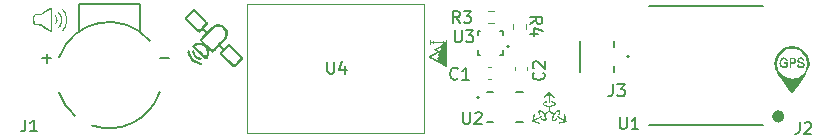
<source format=gbr>
%TF.GenerationSoftware,KiCad,Pcbnew,7.99.0-unknown-70ffd971e3~172~ubuntu22.04.1*%
%TF.CreationDate,2023-07-10T18:43:01-05:00*%
%TF.ProjectId,beepsensors,62656570-7365-46e7-936f-72732e6b6963,-*%
%TF.SameCoordinates,Original*%
%TF.FileFunction,Legend,Top*%
%TF.FilePolarity,Positive*%
%FSLAX46Y46*%
G04 Gerber Fmt 4.6, Leading zero omitted, Abs format (unit mm)*
G04 Created by KiCad (PCBNEW 7.99.0-unknown-70ffd971e3~172~ubuntu22.04.1) date 2023-07-10 18:43:01*
%MOMM*%
%LPD*%
G01*
G04 APERTURE LIST*
%ADD10C,0.150000*%
%ADD11C,0.120000*%
%ADD12C,0.000000*%
%ADD13C,0.127000*%
%ADD14C,0.200000*%
%ADD15C,0.550000*%
G04 APERTURE END LIST*
D10*
X155956095Y-104102819D02*
X155956095Y-104912342D01*
X155956095Y-104912342D02*
X156003714Y-105007580D01*
X156003714Y-105007580D02*
X156051333Y-105055200D01*
X156051333Y-105055200D02*
X156146571Y-105102819D01*
X156146571Y-105102819D02*
X156337047Y-105102819D01*
X156337047Y-105102819D02*
X156432285Y-105055200D01*
X156432285Y-105055200D02*
X156479904Y-105007580D01*
X156479904Y-105007580D02*
X156527523Y-104912342D01*
X156527523Y-104912342D02*
X156527523Y-104102819D01*
X157432285Y-104436152D02*
X157432285Y-105102819D01*
X157194190Y-104055200D02*
X156956095Y-104769485D01*
X156956095Y-104769485D02*
X157575142Y-104769485D01*
X130366666Y-109004819D02*
X130366666Y-109719104D01*
X130366666Y-109719104D02*
X130319047Y-109861961D01*
X130319047Y-109861961D02*
X130223809Y-109957200D01*
X130223809Y-109957200D02*
X130080952Y-110004819D01*
X130080952Y-110004819D02*
X129985714Y-110004819D01*
X131366666Y-110004819D02*
X130795238Y-110004819D01*
X131080952Y-110004819D02*
X131080952Y-109004819D01*
X131080952Y-109004819D02*
X130985714Y-109147676D01*
X130985714Y-109147676D02*
X130890476Y-109242914D01*
X130890476Y-109242914D02*
X130795238Y-109290533D01*
X131794750Y-103792099D02*
X132557231Y-103792099D01*
X132175990Y-104173340D02*
X132175990Y-103410859D01*
X141802331Y-103791277D02*
X142565250Y-103791277D01*
X166983333Y-105519580D02*
X166935714Y-105567200D01*
X166935714Y-105567200D02*
X166792857Y-105614819D01*
X166792857Y-105614819D02*
X166697619Y-105614819D01*
X166697619Y-105614819D02*
X166554762Y-105567200D01*
X166554762Y-105567200D02*
X166459524Y-105471961D01*
X166459524Y-105471961D02*
X166411905Y-105376723D01*
X166411905Y-105376723D02*
X166364286Y-105186247D01*
X166364286Y-105186247D02*
X166364286Y-105043390D01*
X166364286Y-105043390D02*
X166411905Y-104852914D01*
X166411905Y-104852914D02*
X166459524Y-104757676D01*
X166459524Y-104757676D02*
X166554762Y-104662438D01*
X166554762Y-104662438D02*
X166697619Y-104614819D01*
X166697619Y-104614819D02*
X166792857Y-104614819D01*
X166792857Y-104614819D02*
X166935714Y-104662438D01*
X166935714Y-104662438D02*
X166983333Y-104710057D01*
X167935714Y-105614819D02*
X167364286Y-105614819D01*
X167650000Y-105614819D02*
X167650000Y-104614819D01*
X167650000Y-104614819D02*
X167554762Y-104757676D01*
X167554762Y-104757676D02*
X167459524Y-104852914D01*
X167459524Y-104852914D02*
X167364286Y-104900533D01*
X180126666Y-106024819D02*
X180126666Y-106739104D01*
X180126666Y-106739104D02*
X180079047Y-106881961D01*
X180079047Y-106881961D02*
X179983809Y-106977200D01*
X179983809Y-106977200D02*
X179840952Y-107024819D01*
X179840952Y-107024819D02*
X179745714Y-107024819D01*
X180507619Y-106024819D02*
X181126666Y-106024819D01*
X181126666Y-106024819D02*
X180793333Y-106405771D01*
X180793333Y-106405771D02*
X180936190Y-106405771D01*
X180936190Y-106405771D02*
X181031428Y-106453390D01*
X181031428Y-106453390D02*
X181079047Y-106501009D01*
X181079047Y-106501009D02*
X181126666Y-106596247D01*
X181126666Y-106596247D02*
X181126666Y-106834342D01*
X181126666Y-106834342D02*
X181079047Y-106929580D01*
X181079047Y-106929580D02*
X181031428Y-106977200D01*
X181031428Y-106977200D02*
X180936190Y-107024819D01*
X180936190Y-107024819D02*
X180650476Y-107024819D01*
X180650476Y-107024819D02*
X180555238Y-106977200D01*
X180555238Y-106977200D02*
X180507619Y-106929580D01*
X180708095Y-108794819D02*
X180708095Y-109604342D01*
X180708095Y-109604342D02*
X180755714Y-109699580D01*
X180755714Y-109699580D02*
X180803333Y-109747200D01*
X180803333Y-109747200D02*
X180898571Y-109794819D01*
X180898571Y-109794819D02*
X181089047Y-109794819D01*
X181089047Y-109794819D02*
X181184285Y-109747200D01*
X181184285Y-109747200D02*
X181231904Y-109699580D01*
X181231904Y-109699580D02*
X181279523Y-109604342D01*
X181279523Y-109604342D02*
X181279523Y-108794819D01*
X182279523Y-109794819D02*
X181708095Y-109794819D01*
X181993809Y-109794819D02*
X181993809Y-108794819D01*
X181993809Y-108794819D02*
X181898571Y-108937676D01*
X181898571Y-108937676D02*
X181803333Y-109032914D01*
X181803333Y-109032914D02*
X181708095Y-109080533D01*
X174239580Y-105026666D02*
X174287200Y-105074285D01*
X174287200Y-105074285D02*
X174334819Y-105217142D01*
X174334819Y-105217142D02*
X174334819Y-105312380D01*
X174334819Y-105312380D02*
X174287200Y-105455237D01*
X174287200Y-105455237D02*
X174191961Y-105550475D01*
X174191961Y-105550475D02*
X174096723Y-105598094D01*
X174096723Y-105598094D02*
X173906247Y-105645713D01*
X173906247Y-105645713D02*
X173763390Y-105645713D01*
X173763390Y-105645713D02*
X173572914Y-105598094D01*
X173572914Y-105598094D02*
X173477676Y-105550475D01*
X173477676Y-105550475D02*
X173382438Y-105455237D01*
X173382438Y-105455237D02*
X173334819Y-105312380D01*
X173334819Y-105312380D02*
X173334819Y-105217142D01*
X173334819Y-105217142D02*
X173382438Y-105074285D01*
X173382438Y-105074285D02*
X173430057Y-105026666D01*
X173430057Y-104645713D02*
X173382438Y-104598094D01*
X173382438Y-104598094D02*
X173334819Y-104502856D01*
X173334819Y-104502856D02*
X173334819Y-104264761D01*
X173334819Y-104264761D02*
X173382438Y-104169523D01*
X173382438Y-104169523D02*
X173430057Y-104121904D01*
X173430057Y-104121904D02*
X173525295Y-104074285D01*
X173525295Y-104074285D02*
X173620533Y-104074285D01*
X173620533Y-104074285D02*
X173763390Y-104121904D01*
X173763390Y-104121904D02*
X174334819Y-104693332D01*
X174334819Y-104693332D02*
X174334819Y-104074285D01*
X167153333Y-100824819D02*
X166820000Y-100348628D01*
X166581905Y-100824819D02*
X166581905Y-99824819D01*
X166581905Y-99824819D02*
X166962857Y-99824819D01*
X166962857Y-99824819D02*
X167058095Y-99872438D01*
X167058095Y-99872438D02*
X167105714Y-99920057D01*
X167105714Y-99920057D02*
X167153333Y-100015295D01*
X167153333Y-100015295D02*
X167153333Y-100158152D01*
X167153333Y-100158152D02*
X167105714Y-100253390D01*
X167105714Y-100253390D02*
X167058095Y-100301009D01*
X167058095Y-100301009D02*
X166962857Y-100348628D01*
X166962857Y-100348628D02*
X166581905Y-100348628D01*
X167486667Y-99824819D02*
X168105714Y-99824819D01*
X168105714Y-99824819D02*
X167772381Y-100205771D01*
X167772381Y-100205771D02*
X167915238Y-100205771D01*
X167915238Y-100205771D02*
X168010476Y-100253390D01*
X168010476Y-100253390D02*
X168058095Y-100301009D01*
X168058095Y-100301009D02*
X168105714Y-100396247D01*
X168105714Y-100396247D02*
X168105714Y-100634342D01*
X168105714Y-100634342D02*
X168058095Y-100729580D01*
X168058095Y-100729580D02*
X168010476Y-100777200D01*
X168010476Y-100777200D02*
X167915238Y-100824819D01*
X167915238Y-100824819D02*
X167629524Y-100824819D01*
X167629524Y-100824819D02*
X167534286Y-100777200D01*
X167534286Y-100777200D02*
X167486667Y-100729580D01*
X166738095Y-101454819D02*
X166738095Y-102264342D01*
X166738095Y-102264342D02*
X166785714Y-102359580D01*
X166785714Y-102359580D02*
X166833333Y-102407200D01*
X166833333Y-102407200D02*
X166928571Y-102454819D01*
X166928571Y-102454819D02*
X167119047Y-102454819D01*
X167119047Y-102454819D02*
X167214285Y-102407200D01*
X167214285Y-102407200D02*
X167261904Y-102359580D01*
X167261904Y-102359580D02*
X167309523Y-102264342D01*
X167309523Y-102264342D02*
X167309523Y-101454819D01*
X167690476Y-101454819D02*
X168309523Y-101454819D01*
X168309523Y-101454819D02*
X167976190Y-101835771D01*
X167976190Y-101835771D02*
X168119047Y-101835771D01*
X168119047Y-101835771D02*
X168214285Y-101883390D01*
X168214285Y-101883390D02*
X168261904Y-101931009D01*
X168261904Y-101931009D02*
X168309523Y-102026247D01*
X168309523Y-102026247D02*
X168309523Y-102264342D01*
X168309523Y-102264342D02*
X168261904Y-102359580D01*
X168261904Y-102359580D02*
X168214285Y-102407200D01*
X168214285Y-102407200D02*
X168119047Y-102454819D01*
X168119047Y-102454819D02*
X167833333Y-102454819D01*
X167833333Y-102454819D02*
X167738095Y-102407200D01*
X167738095Y-102407200D02*
X167690476Y-102359580D01*
X167448095Y-108354819D02*
X167448095Y-109164342D01*
X167448095Y-109164342D02*
X167495714Y-109259580D01*
X167495714Y-109259580D02*
X167543333Y-109307200D01*
X167543333Y-109307200D02*
X167638571Y-109354819D01*
X167638571Y-109354819D02*
X167829047Y-109354819D01*
X167829047Y-109354819D02*
X167924285Y-109307200D01*
X167924285Y-109307200D02*
X167971904Y-109259580D01*
X167971904Y-109259580D02*
X168019523Y-109164342D01*
X168019523Y-109164342D02*
X168019523Y-108354819D01*
X168448095Y-108450057D02*
X168495714Y-108402438D01*
X168495714Y-108402438D02*
X168590952Y-108354819D01*
X168590952Y-108354819D02*
X168829047Y-108354819D01*
X168829047Y-108354819D02*
X168924285Y-108402438D01*
X168924285Y-108402438D02*
X168971904Y-108450057D01*
X168971904Y-108450057D02*
X169019523Y-108545295D01*
X169019523Y-108545295D02*
X169019523Y-108640533D01*
X169019523Y-108640533D02*
X168971904Y-108783390D01*
X168971904Y-108783390D02*
X168400476Y-109354819D01*
X168400476Y-109354819D02*
X169019523Y-109354819D01*
X195936666Y-109204819D02*
X195936666Y-109919104D01*
X195936666Y-109919104D02*
X195889047Y-110061961D01*
X195889047Y-110061961D02*
X195793809Y-110157200D01*
X195793809Y-110157200D02*
X195650952Y-110204819D01*
X195650952Y-110204819D02*
X195555714Y-110204819D01*
X196365238Y-109300057D02*
X196412857Y-109252438D01*
X196412857Y-109252438D02*
X196508095Y-109204819D01*
X196508095Y-109204819D02*
X196746190Y-109204819D01*
X196746190Y-109204819D02*
X196841428Y-109252438D01*
X196841428Y-109252438D02*
X196889047Y-109300057D01*
X196889047Y-109300057D02*
X196936666Y-109395295D01*
X196936666Y-109395295D02*
X196936666Y-109490533D01*
X196936666Y-109490533D02*
X196889047Y-109633390D01*
X196889047Y-109633390D02*
X196317619Y-110204819D01*
X196317619Y-110204819D02*
X196936666Y-110204819D01*
X173135180Y-100883333D02*
X173611371Y-100550000D01*
X173135180Y-100311905D02*
X174135180Y-100311905D01*
X174135180Y-100311905D02*
X174135180Y-100692857D01*
X174135180Y-100692857D02*
X174087561Y-100788095D01*
X174087561Y-100788095D02*
X174039942Y-100835714D01*
X174039942Y-100835714D02*
X173944704Y-100883333D01*
X173944704Y-100883333D02*
X173801847Y-100883333D01*
X173801847Y-100883333D02*
X173706609Y-100835714D01*
X173706609Y-100835714D02*
X173658990Y-100788095D01*
X173658990Y-100788095D02*
X173611371Y-100692857D01*
X173611371Y-100692857D02*
X173611371Y-100311905D01*
X173801847Y-101740476D02*
X173135180Y-101740476D01*
X174182800Y-101502381D02*
X173468514Y-101264286D01*
X173468514Y-101264286D02*
X173468514Y-101883333D01*
%TO.C,U4*%
D11*
X149110000Y-99194000D02*
X164110000Y-99194000D01*
X164110000Y-110146000D01*
X149110000Y-110146000D01*
X149110000Y-99194000D01*
D12*
%TO.C,G\u002A\u002A\u002A*%
G36*
X195452052Y-102786351D02*
G01*
X195661443Y-102824872D01*
X195860299Y-102891456D01*
X196046298Y-102984337D01*
X196217119Y-103101752D01*
X196370439Y-103241936D01*
X196503936Y-103403122D01*
X196615289Y-103583547D01*
X196677906Y-103718112D01*
X196728362Y-103865773D01*
X196763781Y-104021034D01*
X196782935Y-104175254D01*
X196784599Y-104319796D01*
X196775567Y-104405396D01*
X196740092Y-104558531D01*
X196681061Y-104729653D01*
X196599169Y-104917538D01*
X196495109Y-105120963D01*
X196369577Y-105338705D01*
X196223266Y-105569538D01*
X196056871Y-105812239D01*
X195871087Y-106065585D01*
X195729368Y-106249248D01*
X195645785Y-106354501D01*
X195565723Y-106453511D01*
X195491494Y-106543560D01*
X195425412Y-106621933D01*
X195369787Y-106685911D01*
X195326933Y-106732779D01*
X195299163Y-106759818D01*
X195290000Y-106765493D01*
X195275553Y-106754398D01*
X195245562Y-106724161D01*
X195204358Y-106679349D01*
X195156268Y-106624532D01*
X195154442Y-106622405D01*
X194951929Y-106379298D01*
X194758441Y-106133069D01*
X194576497Y-105887355D01*
X194408617Y-105645793D01*
X194257318Y-105412017D01*
X194125121Y-105189665D01*
X194014544Y-104982371D01*
X194005141Y-104963362D01*
X193939552Y-104825572D01*
X193888853Y-104708142D01*
X193851359Y-104605306D01*
X193825388Y-104511297D01*
X193809257Y-104420351D01*
X193801282Y-104326702D01*
X193799663Y-104259525D01*
X193802796Y-104212394D01*
X194033849Y-104212394D01*
X194035230Y-104350288D01*
X194048004Y-104481739D01*
X194066995Y-104576638D01*
X194131587Y-104763831D01*
X194221647Y-104935894D01*
X194334960Y-105090627D01*
X194469312Y-105225831D01*
X194622487Y-105339304D01*
X194792270Y-105428847D01*
X194976446Y-105492259D01*
X194993110Y-105496477D01*
X195119268Y-105518142D01*
X195260782Y-105526958D01*
X195404857Y-105522905D01*
X195538699Y-105505968D01*
X195579669Y-105497255D01*
X195766669Y-105437044D01*
X195938981Y-105350634D01*
X196094522Y-105240079D01*
X196231210Y-105107432D01*
X196346963Y-104954748D01*
X196439699Y-104784080D01*
X196507335Y-104597482D01*
X196513004Y-104576638D01*
X196535112Y-104459248D01*
X196545853Y-104325785D01*
X196545195Y-104187974D01*
X196533108Y-104057538D01*
X196514611Y-103964170D01*
X196452538Y-103780260D01*
X196367168Y-103614202D01*
X196256008Y-103461828D01*
X196143686Y-103344000D01*
X196010066Y-103233501D01*
X195864928Y-103145084D01*
X195700284Y-103073990D01*
X195676723Y-103065666D01*
X195619020Y-103046235D01*
X195571895Y-103032524D01*
X195527767Y-103023537D01*
X195479056Y-103018279D01*
X195418182Y-103015757D01*
X195337563Y-103014976D01*
X195290000Y-103014927D01*
X195197306Y-103015229D01*
X195127968Y-103016797D01*
X195074407Y-103020627D01*
X195029040Y-103027713D01*
X194984289Y-103039049D01*
X194932572Y-103055630D01*
X194903276Y-103065666D01*
X194716574Y-103145704D01*
X194548450Y-103249717D01*
X194400482Y-103376011D01*
X194274247Y-103522896D01*
X194171324Y-103688679D01*
X194093291Y-103871668D01*
X194065389Y-103964170D01*
X194043892Y-104079780D01*
X194033849Y-104212394D01*
X193802796Y-104212394D01*
X193813384Y-104053090D01*
X193855142Y-103855451D01*
X193922821Y-103668498D01*
X194014300Y-103494119D01*
X194127461Y-103334202D01*
X194260185Y-103190638D01*
X194410354Y-103065315D01*
X194575849Y-102960121D01*
X194754551Y-102876947D01*
X194944341Y-102817680D01*
X195143101Y-102784209D01*
X195348711Y-102778425D01*
X195452052Y-102786351D01*
G37*
G36*
X194725349Y-103745647D02*
G01*
X194810977Y-103782190D01*
X194879906Y-103844405D01*
X194924670Y-103914573D01*
X194944605Y-103959980D01*
X194946359Y-103987333D01*
X194929164Y-104004147D01*
X194914878Y-104010339D01*
X194862373Y-104029054D01*
X194830888Y-104035523D01*
X194812668Y-104028861D01*
X194799956Y-104008180D01*
X194795027Y-103996634D01*
X194754312Y-103933306D01*
X194697836Y-103892021D01*
X194631830Y-103873065D01*
X194562525Y-103876720D01*
X194496154Y-103903272D01*
X194438948Y-103953005D01*
X194419978Y-103979531D01*
X194399026Y-104026464D01*
X194386016Y-104090095D01*
X194380372Y-104153816D01*
X194381834Y-104261744D01*
X194401163Y-104348454D01*
X194439891Y-104419007D01*
X194471436Y-104454123D01*
X194500458Y-104478822D01*
X194529300Y-104492440D01*
X194568675Y-104498189D01*
X194621984Y-104499293D01*
X194703063Y-104494716D01*
X194758347Y-104478963D01*
X194791885Y-104449005D01*
X194807729Y-104401811D01*
X194810463Y-104358294D01*
X194810463Y-104274994D01*
X194693556Y-104274994D01*
X194576650Y-104274994D01*
X194581406Y-104209251D01*
X194586163Y-104143508D01*
X194767923Y-104139150D01*
X194949683Y-104134791D01*
X194949683Y-104319535D01*
X194949683Y-104504278D01*
X194899409Y-104546669D01*
X194853552Y-104579975D01*
X194805851Y-104607012D01*
X194798766Y-104610167D01*
X194726471Y-104630082D01*
X194639732Y-104638896D01*
X194553263Y-104635855D01*
X194498308Y-104625586D01*
X194406761Y-104586905D01*
X194334989Y-104527143D01*
X194281606Y-104444540D01*
X194245226Y-104337337D01*
X194236066Y-104292619D01*
X194227245Y-104206318D01*
X194233508Y-104118871D01*
X194237342Y-104095003D01*
X194269962Y-103973576D01*
X194321099Y-103876624D01*
X194390444Y-103804436D01*
X194477692Y-103757301D01*
X194582534Y-103735505D01*
X194621584Y-103733921D01*
X194725349Y-103745647D01*
G37*
G36*
X196133101Y-103743277D02*
G01*
X196216509Y-103774206D01*
X196281338Y-103829134D01*
X196306828Y-103866227D01*
X196335149Y-103926513D01*
X196340152Y-103968258D01*
X196321730Y-103993376D01*
X196299348Y-104001270D01*
X196258072Y-104011248D01*
X196231646Y-104019596D01*
X196209399Y-104017733D01*
X196197155Y-103992164D01*
X196168288Y-103935362D01*
X196118899Y-103893374D01*
X196058287Y-103873487D01*
X196044851Y-103872801D01*
X195970629Y-103881983D01*
X195921237Y-103909570D01*
X195896592Y-103955623D01*
X195893525Y-103984594D01*
X195900660Y-104018332D01*
X195925263Y-104045657D01*
X195971497Y-104069341D01*
X196043523Y-104092155D01*
X196062519Y-104097147D01*
X196181116Y-104136638D01*
X196270940Y-104187109D01*
X196332255Y-104248854D01*
X196365322Y-104322166D01*
X196370403Y-104407341D01*
X196366050Y-104437748D01*
X196342687Y-104497049D01*
X196300165Y-104553695D01*
X196247696Y-104597108D01*
X196213496Y-104612957D01*
X196167653Y-104623851D01*
X196112664Y-104632866D01*
X196059801Y-104638614D01*
X196020338Y-104639704D01*
X196009305Y-104638117D01*
X195984798Y-104632561D01*
X195944399Y-104625074D01*
X195936283Y-104623696D01*
X195866512Y-104597412D01*
X195803285Y-104546096D01*
X195753843Y-104475646D01*
X195753390Y-104474760D01*
X195728953Y-104418679D01*
X195725056Y-104381129D01*
X195742930Y-104356469D01*
X195782933Y-104339318D01*
X195828732Y-104326283D01*
X195852344Y-104323183D01*
X195861104Y-104330696D01*
X195862351Y-104346645D01*
X195874156Y-104388592D01*
X195903826Y-104435019D01*
X195942737Y-104474417D01*
X195971026Y-104491722D01*
X196020186Y-104502748D01*
X196080544Y-104503721D01*
X196090163Y-104502809D01*
X196157023Y-104484688D01*
X196199288Y-104447933D01*
X196217354Y-104392148D01*
X196218136Y-104374705D01*
X196210911Y-104333809D01*
X196186280Y-104301980D01*
X196139810Y-104275651D01*
X196067069Y-104251257D01*
X196063447Y-104250243D01*
X195943615Y-104210934D01*
X195853081Y-104167297D01*
X195790348Y-104117964D01*
X195753918Y-104061570D01*
X195742295Y-103996749D01*
X195745417Y-103960129D01*
X195771045Y-103875000D01*
X195817991Y-103810873D01*
X195887356Y-103766892D01*
X195980242Y-103742200D01*
X196032509Y-103737005D01*
X196133101Y-103743277D01*
G37*
G36*
X195286132Y-103751292D02*
G01*
X195387197Y-103756832D01*
X195463070Y-103767872D01*
X195519315Y-103786531D01*
X195561492Y-103814929D01*
X195595163Y-103855184D01*
X195606487Y-103873349D01*
X195630397Y-103938429D01*
X195638802Y-104016903D01*
X195631677Y-104095673D01*
X195608999Y-104161644D01*
X195607034Y-104165094D01*
X195567926Y-104220060D01*
X195522733Y-104256151D01*
X195463864Y-104277251D01*
X195383724Y-104287241D01*
X195366300Y-104288166D01*
X195243593Y-104293739D01*
X195243593Y-104462259D01*
X195243593Y-104630779D01*
X195173983Y-104630779D01*
X195104372Y-104630779D01*
X195104372Y-104188285D01*
X195104372Y-103888270D01*
X195243593Y-103888270D01*
X195243593Y-104019756D01*
X195243593Y-104151242D01*
X195336407Y-104151242D01*
X195395841Y-104148493D01*
X195434229Y-104138656D01*
X195460158Y-104120304D01*
X195483560Y-104080979D01*
X195491090Y-104021986D01*
X195491096Y-104019756D01*
X195484142Y-103958343D01*
X195460632Y-103918227D01*
X195416591Y-103896030D01*
X195348043Y-103888374D01*
X195336407Y-103888270D01*
X195243593Y-103888270D01*
X195104372Y-103888270D01*
X195104372Y-103745791D01*
X195286132Y-103751292D01*
G37*
G36*
X173442870Y-108530677D02*
G01*
X173470880Y-108538286D01*
X173501508Y-108549672D01*
X173524076Y-108561029D01*
X173529370Y-108566732D01*
X173526028Y-108582961D01*
X173516774Y-108620420D01*
X173502767Y-108674611D01*
X173485163Y-108741036D01*
X173470320Y-108796096D01*
X173451058Y-108867962D01*
X173434841Y-108930228D01*
X173422743Y-108978620D01*
X173415841Y-109008861D01*
X173414742Y-109017088D01*
X173426717Y-109011587D01*
X173458878Y-108994338D01*
X173508323Y-108966964D01*
X173572151Y-108931088D01*
X173647459Y-108888334D01*
X173731346Y-108840326D01*
X173754781Y-108826852D01*
X173840902Y-108777782D01*
X173919737Y-108733814D01*
X173988293Y-108696541D01*
X174043576Y-108667558D01*
X174082590Y-108648458D01*
X174102342Y-108640838D01*
X174103941Y-108640926D01*
X174118530Y-108657455D01*
X174135979Y-108686311D01*
X174136047Y-108686441D01*
X174155559Y-108724174D01*
X173939182Y-108847410D01*
X173814256Y-108918758D01*
X173711354Y-108977980D01*
X173629156Y-109025870D01*
X173566340Y-109063218D01*
X173521586Y-109090818D01*
X173493572Y-109109460D01*
X173480978Y-109119937D01*
X173480203Y-109122570D01*
X173494463Y-109127866D01*
X173530139Y-109138725D01*
X173582855Y-109153880D01*
X173648233Y-109172068D01*
X173702243Y-109186749D01*
X173774268Y-109206429D01*
X173836951Y-109224103D01*
X173885890Y-109238485D01*
X173916682Y-109248290D01*
X173925193Y-109251839D01*
X173927476Y-109268715D01*
X173923249Y-109298203D01*
X173915163Y-109327853D01*
X173905868Y-109345218D01*
X173905208Y-109345672D01*
X173890351Y-109343807D01*
X173853406Y-109335760D01*
X173798011Y-109322423D01*
X173727803Y-109304689D01*
X173646422Y-109283452D01*
X173585146Y-109267085D01*
X173498144Y-109243419D01*
X173419910Y-109221724D01*
X173354070Y-109203041D01*
X173304253Y-109188409D01*
X173274085Y-109178867D01*
X173266617Y-109175791D01*
X173268354Y-109162131D01*
X173275789Y-109126936D01*
X173287851Y-109074480D01*
X173303471Y-109009036D01*
X173321578Y-108934877D01*
X173341102Y-108856278D01*
X173360974Y-108777511D01*
X173380123Y-108702849D01*
X173397479Y-108636567D01*
X173411973Y-108582937D01*
X173422533Y-108546233D01*
X173428091Y-108530729D01*
X173428156Y-108530651D01*
X173442870Y-108530677D01*
G37*
G36*
X176129642Y-108850310D02*
G01*
X176152397Y-108938570D01*
X176171894Y-109018296D01*
X176187338Y-109085877D01*
X176197931Y-109137708D01*
X176202877Y-109170180D01*
X176202349Y-109179711D01*
X176187653Y-109185155D01*
X176151512Y-109196230D01*
X176098274Y-109211741D01*
X176032287Y-109230492D01*
X175957900Y-109251290D01*
X175879461Y-109272939D01*
X175801317Y-109294245D01*
X175727817Y-109314013D01*
X175663309Y-109331049D01*
X175612141Y-109344158D01*
X175578661Y-109352144D01*
X175567809Y-109354055D01*
X175560587Y-109342407D01*
X175552585Y-109313632D01*
X175551055Y-109306000D01*
X175546192Y-109273616D01*
X175545701Y-109255052D01*
X175546236Y-109253867D01*
X175559874Y-109249174D01*
X175594860Y-109238835D01*
X175646770Y-109224111D01*
X175711179Y-109206264D01*
X175757206Y-109193708D01*
X175828668Y-109174032D01*
X175891754Y-109156109D01*
X175941637Y-109141353D01*
X175973493Y-109131178D01*
X175981998Y-109127832D01*
X175985497Y-109117084D01*
X175966186Y-109099555D01*
X175941977Y-109084525D01*
X175914061Y-109068431D01*
X175867052Y-109041357D01*
X175804984Y-109005627D01*
X175731893Y-108963562D01*
X175651813Y-108917486D01*
X175600005Y-108887681D01*
X175316070Y-108724350D01*
X175343140Y-108682348D01*
X175364453Y-108656068D01*
X175382854Y-108644307D01*
X175385776Y-108644403D01*
X175401067Y-108651940D01*
X175436223Y-108671116D01*
X175488059Y-108700133D01*
X175553389Y-108737195D01*
X175629026Y-108780506D01*
X175709944Y-108827202D01*
X175810198Y-108885193D01*
X175889707Y-108930911D01*
X175950766Y-108965530D01*
X175995674Y-108990227D01*
X176026726Y-109006176D01*
X176046219Y-109014553D01*
X176056451Y-109016533D01*
X176059719Y-109013292D01*
X176058319Y-109006005D01*
X176058100Y-109005356D01*
X176050937Y-108981561D01*
X176039142Y-108939240D01*
X176024110Y-108883725D01*
X176007242Y-108820351D01*
X175989934Y-108754453D01*
X175973587Y-108691364D01*
X175959596Y-108636419D01*
X175949361Y-108594952D01*
X175944281Y-108572296D01*
X175943971Y-108569960D01*
X175955577Y-108558709D01*
X175984457Y-108546872D01*
X175994662Y-108544013D01*
X176045354Y-108531146D01*
X176129642Y-108850310D01*
G37*
G36*
X175008058Y-107441022D02*
G01*
X175094731Y-107466393D01*
X175169742Y-107502795D01*
X175229558Y-107547444D01*
X175270647Y-107597555D01*
X175289478Y-107650342D01*
X175290294Y-107663565D01*
X175277412Y-107719072D01*
X175240261Y-107770368D01*
X175181089Y-107816218D01*
X175102141Y-107855390D01*
X175005664Y-107886650D01*
X174893903Y-107908765D01*
X174830053Y-107916282D01*
X174790032Y-107919969D01*
X174790032Y-108106521D01*
X174790032Y-108293074D01*
X174948820Y-108386132D01*
X175107607Y-108479190D01*
X175141386Y-108433035D01*
X175165740Y-108403418D01*
X175203181Y-108362080D01*
X175247517Y-108315748D01*
X175272122Y-108291043D01*
X175325209Y-108241049D01*
X175368176Y-108207263D01*
X175407582Y-108185067D01*
X175440000Y-108172849D01*
X175483137Y-108160531D01*
X175512675Y-108157372D01*
X175540029Y-108163249D01*
X175561243Y-108171519D01*
X175610300Y-108205828D01*
X175643418Y-108259547D01*
X175659393Y-108329844D01*
X175658584Y-108400617D01*
X175651776Y-108446323D01*
X175640834Y-108498962D01*
X175627837Y-108550372D01*
X175614861Y-108592396D01*
X175603983Y-108616872D01*
X175603302Y-108617783D01*
X175590237Y-108615764D01*
X175561610Y-108605716D01*
X175550418Y-108601180D01*
X175518572Y-108584857D01*
X175508139Y-108569317D01*
X175510730Y-108557042D01*
X175528633Y-108504204D01*
X175542847Y-108442985D01*
X175551634Y-108383316D01*
X175553253Y-108335125D01*
X175551782Y-108322690D01*
X175542809Y-108289823D01*
X175528025Y-108275984D01*
X175506103Y-108273488D01*
X175456862Y-108285599D01*
X175402115Y-108319462D01*
X175344343Y-108371370D01*
X175286026Y-108437619D01*
X175229645Y-108514501D01*
X175177679Y-108598311D01*
X175132609Y-108685343D01*
X175096915Y-108771891D01*
X175073078Y-108854249D01*
X175063576Y-108928710D01*
X175063509Y-108934832D01*
X175065634Y-108991414D01*
X175073206Y-109026026D01*
X175088014Y-109043125D01*
X175108659Y-109047227D01*
X175137913Y-109041592D01*
X175172485Y-109022960D01*
X175216217Y-108988746D01*
X175272183Y-108937103D01*
X175340783Y-108870880D01*
X175381665Y-108901106D01*
X175422547Y-108931331D01*
X175394869Y-108970201D01*
X175361575Y-109007675D01*
X175313743Y-109050621D01*
X175260341Y-109091882D01*
X175210332Y-109124303D01*
X175187335Y-109135852D01*
X175117923Y-109154103D01*
X175057377Y-109148573D01*
X175007886Y-109121312D01*
X174971636Y-109074368D01*
X174950814Y-109009791D01*
X174947607Y-108929631D01*
X174949185Y-108912674D01*
X174958612Y-108859808D01*
X174975037Y-108795081D01*
X174995164Y-108731246D01*
X174998351Y-108722394D01*
X175017235Y-108670604D01*
X175032889Y-108626973D01*
X175042751Y-108598663D01*
X175044375Y-108593656D01*
X175038477Y-108579937D01*
X175013425Y-108558649D01*
X174967590Y-108528630D01*
X174899346Y-108488720D01*
X174890015Y-108483459D01*
X174729571Y-108393272D01*
X174573037Y-108482387D01*
X174515542Y-108515116D01*
X174467152Y-108542658D01*
X174432182Y-108562556D01*
X174414952Y-108572353D01*
X174413909Y-108572943D01*
X174417182Y-108585164D01*
X174428081Y-108616959D01*
X174444725Y-108662972D01*
X174458189Y-108699176D01*
X174493317Y-108809539D01*
X174511784Y-108907520D01*
X174513928Y-108991470D01*
X174500088Y-109059737D01*
X174470605Y-109110670D01*
X174425817Y-109142620D01*
X174366065Y-109153935D01*
X174364677Y-109153939D01*
X174317524Y-109147624D01*
X174266586Y-109131865D01*
X174252436Y-109125544D01*
X174215032Y-109102065D01*
X174168732Y-109066026D01*
X174122618Y-109024585D01*
X174115810Y-109017877D01*
X174036526Y-108938594D01*
X174075026Y-108906198D01*
X174101248Y-108885247D01*
X174117559Y-108874275D01*
X174119061Y-108873803D01*
X174130719Y-108882325D01*
X174156054Y-108904702D01*
X174189657Y-108936148D01*
X174190724Y-108937169D01*
X174252744Y-108991089D01*
X174306607Y-109026830D01*
X174349961Y-109043127D01*
X174380016Y-109038996D01*
X174399483Y-109011806D01*
X174407376Y-108964569D01*
X174403732Y-108901261D01*
X174388588Y-108825857D01*
X174377718Y-108788040D01*
X174326262Y-108659532D01*
X174255351Y-108534341D01*
X174170623Y-108421806D01*
X174130872Y-108379159D01*
X174064847Y-108318946D01*
X174010739Y-108281864D01*
X173968825Y-108267903D01*
X173939380Y-108277054D01*
X173922681Y-108309308D01*
X173919004Y-108364656D01*
X173920522Y-108386181D01*
X173928456Y-108442033D01*
X173940466Y-108497330D01*
X173948579Y-108524428D01*
X173968988Y-108581933D01*
X173920666Y-108602123D01*
X173892662Y-108612387D01*
X173873304Y-108612723D01*
X173859300Y-108599343D01*
X173847362Y-108568460D01*
X173834200Y-108516285D01*
X173829914Y-108497640D01*
X173813555Y-108394816D01*
X173814991Y-108309101D01*
X173833915Y-108241386D01*
X173870018Y-108192561D01*
X173922994Y-108163517D01*
X173947401Y-108157866D01*
X174003312Y-108161369D01*
X174067945Y-108187006D01*
X174138564Y-108232817D01*
X174212431Y-108296841D01*
X174286807Y-108377119D01*
X174330442Y-108432141D01*
X174364354Y-108477402D01*
X174520457Y-108385450D01*
X174676560Y-108293498D01*
X174676600Y-108103398D01*
X174676639Y-107913298D01*
X174633283Y-107913067D01*
X174560057Y-107906748D01*
X174480791Y-107890055D01*
X174401425Y-107865291D01*
X174327898Y-107834756D01*
X174266151Y-107800754D01*
X174222124Y-107765587D01*
X174208771Y-107748548D01*
X174185189Y-107687611D01*
X174187441Y-107627290D01*
X174215249Y-107571290D01*
X174222708Y-107562227D01*
X174268807Y-107523196D01*
X174333292Y-107486548D01*
X174407913Y-107456245D01*
X174484422Y-107436247D01*
X174485434Y-107436065D01*
X174554365Y-107423750D01*
X174562788Y-107468646D01*
X174567081Y-107507089D01*
X174557951Y-107528505D01*
X174530141Y-107539974D01*
X174506575Y-107544355D01*
X174462347Y-107556163D01*
X174411348Y-107576674D01*
X174361573Y-107601829D01*
X174321017Y-107627570D01*
X174297676Y-107649838D01*
X174297193Y-107650635D01*
X174291545Y-107670918D01*
X174303646Y-107691528D01*
X174319129Y-107706128D01*
X174381766Y-107745799D01*
X174464010Y-107775978D01*
X174560520Y-107796629D01*
X174665954Y-107807718D01*
X174774972Y-107809207D01*
X174882231Y-107801062D01*
X174982391Y-107783246D01*
X175070109Y-107755724D01*
X175140045Y-107718460D01*
X175149114Y-107711681D01*
X175173008Y-107687723D01*
X175183546Y-107666938D01*
X175183572Y-107666213D01*
X175171767Y-107643397D01*
X175140587Y-107616847D01*
X175096386Y-107589896D01*
X175045516Y-107565875D01*
X174994331Y-107548120D01*
X174949184Y-107539962D01*
X174942561Y-107539769D01*
X174915671Y-107529406D01*
X174905410Y-107500568D01*
X174911715Y-107460867D01*
X174923435Y-107423485D01*
X175008058Y-107441022D01*
G37*
G36*
X174972918Y-106856075D02*
G01*
X175208892Y-107092868D01*
X175175111Y-107131588D01*
X175141330Y-107170309D01*
X174969016Y-106998378D01*
X174796702Y-106826446D01*
X174796702Y-107223129D01*
X174796702Y-107619811D01*
X174743340Y-107619811D01*
X174689979Y-107619811D01*
X174689979Y-107223164D01*
X174689979Y-106826516D01*
X174546571Y-106966784D01*
X174493259Y-107018673D01*
X174444025Y-107066129D01*
X174403273Y-107104939D01*
X174375406Y-107130892D01*
X174368962Y-107136636D01*
X174334762Y-107166219D01*
X174299215Y-107129116D01*
X174263667Y-107092012D01*
X174500306Y-106855647D01*
X174736945Y-106619282D01*
X174972918Y-106856075D01*
G37*
G36*
X166011012Y-102246561D02*
G01*
X166054368Y-102250741D01*
X166054665Y-102450846D01*
X166054616Y-102498122D01*
X166054376Y-102569335D01*
X166053962Y-102661745D01*
X166053390Y-102772608D01*
X166052675Y-102899182D01*
X166051833Y-103038727D01*
X166050879Y-103188499D01*
X166049831Y-103345757D01*
X166048703Y-103507759D01*
X166047995Y-103606118D01*
X166041027Y-104561284D01*
X165799221Y-104424970D01*
X165611458Y-104319122D01*
X165402156Y-104201132D01*
X165257741Y-104119721D01*
X165101274Y-104031412D01*
X164966652Y-103955174D01*
X164852397Y-103890119D01*
X164757032Y-103835360D01*
X164679079Y-103790007D01*
X164617061Y-103753174D01*
X164569500Y-103723972D01*
X164534919Y-103701514D01*
X164511840Y-103684911D01*
X164499225Y-103673667D01*
X164739055Y-103673667D01*
X165067216Y-103859342D01*
X165152177Y-103907283D01*
X165229442Y-103950632D01*
X165296011Y-103987724D01*
X165348882Y-104016898D01*
X165385057Y-104036489D01*
X165401536Y-104044836D01*
X165402156Y-104045017D01*
X165404958Y-104043179D01*
X165402344Y-104035242D01*
X165392142Y-104017571D01*
X165372180Y-103986529D01*
X165340287Y-103938481D01*
X165323806Y-103913841D01*
X165258310Y-103816015D01*
X165312825Y-103751363D01*
X165341220Y-103715798D01*
X165360939Y-103687487D01*
X165367340Y-103673882D01*
X165359405Y-103657531D01*
X165338770Y-103627911D01*
X165314621Y-103597255D01*
X165288316Y-103561743D01*
X165272552Y-103533090D01*
X165270470Y-103519095D01*
X165281389Y-103501462D01*
X165302401Y-103468006D01*
X165329298Y-103425426D01*
X165333990Y-103418021D01*
X165368598Y-103363445D01*
X165390577Y-103328112D01*
X165401380Y-103308598D01*
X165402456Y-103301483D01*
X165395257Y-103303345D01*
X165381233Y-103310761D01*
X165378956Y-103311970D01*
X165359061Y-103322913D01*
X165319436Y-103345082D01*
X165263547Y-103376524D01*
X165194863Y-103415286D01*
X165116851Y-103459412D01*
X165043193Y-103501155D01*
X164739055Y-103673667D01*
X164499225Y-103673667D01*
X164498785Y-103673275D01*
X164494277Y-103665720D01*
X164495949Y-103661926D01*
X164512610Y-103651514D01*
X164549510Y-103629792D01*
X164603617Y-103598501D01*
X164671898Y-103559383D01*
X164751322Y-103514178D01*
X164838857Y-103464628D01*
X164876570Y-103443357D01*
X164991741Y-103377835D01*
X165083402Y-103324283D01*
X165151803Y-103282545D01*
X165197199Y-103252461D01*
X165219843Y-103233875D01*
X165222202Y-103227525D01*
X165205478Y-103215702D01*
X165170896Y-103194364D01*
X165123982Y-103166846D01*
X165084584Y-103144469D01*
X165033818Y-103115149D01*
X164993089Y-103089970D01*
X164967219Y-103072019D01*
X164960460Y-103065021D01*
X164961077Y-103064544D01*
X165220597Y-103064544D01*
X165231499Y-103072155D01*
X165261165Y-103090034D01*
X165305036Y-103115493D01*
X165357335Y-103145159D01*
X165418303Y-103179473D01*
X165477046Y-103212657D01*
X165526013Y-103240439D01*
X165552766Y-103255727D01*
X165611458Y-103289492D01*
X165563425Y-103218167D01*
X165515392Y-103146842D01*
X165548510Y-103107483D01*
X165581628Y-103068124D01*
X165548797Y-103025081D01*
X165515966Y-102982038D01*
X165554520Y-102923802D01*
X165575340Y-102890372D01*
X165587303Y-102867214D01*
X165588511Y-102861005D01*
X165576314Y-102865765D01*
X165545801Y-102881118D01*
X165501803Y-102904392D01*
X165449152Y-102932912D01*
X165392681Y-102964005D01*
X165337220Y-102995000D01*
X165287603Y-103023221D01*
X165248661Y-103045997D01*
X165225226Y-103060653D01*
X165220597Y-103064544D01*
X164961077Y-103064544D01*
X164971654Y-103056370D01*
X165003472Y-103036229D01*
X165053270Y-103006160D01*
X165118403Y-102967727D01*
X165196226Y-102922491D01*
X165284093Y-102872016D01*
X165364005Y-102826556D01*
X165767551Y-102597979D01*
X165767551Y-102547758D01*
X165767551Y-102537559D01*
X165794231Y-102537559D01*
X165795680Y-102565684D01*
X165799169Y-102577577D01*
X165799221Y-102577580D01*
X165813854Y-102571545D01*
X165841937Y-102556616D01*
X165875260Y-102537556D01*
X165905617Y-102519127D01*
X165924799Y-102506092D01*
X165927635Y-102503067D01*
X165915627Y-102499912D01*
X165884929Y-102497910D01*
X165860933Y-102497538D01*
X165821447Y-102498412D01*
X165801757Y-102503788D01*
X165794980Y-102517795D01*
X165794231Y-102537559D01*
X165767551Y-102537559D01*
X165767551Y-102497538D01*
X165640817Y-102497538D01*
X165514084Y-102497538D01*
X165514084Y-102550899D01*
X165511125Y-102584314D01*
X165503734Y-102602900D01*
X165500744Y-102604260D01*
X165492390Y-102592425D01*
X165487744Y-102562860D01*
X165487404Y-102550899D01*
X165487404Y-102497538D01*
X165360670Y-102497538D01*
X165233937Y-102497538D01*
X165233937Y-102550899D01*
X165230978Y-102584314D01*
X165223587Y-102602900D01*
X165220597Y-102604260D01*
X165212243Y-102592425D01*
X165207597Y-102562860D01*
X165207256Y-102550899D01*
X165207256Y-102497538D01*
X165080523Y-102497538D01*
X164953790Y-102497538D01*
X164953790Y-102543442D01*
X164950255Y-102576670D01*
X164941627Y-102596684D01*
X164940450Y-102597590D01*
X164931720Y-102591553D01*
X164927375Y-102563285D01*
X164927109Y-102551050D01*
X164927109Y-102496265D01*
X164843732Y-102500236D01*
X164760355Y-102504208D01*
X164756354Y-102580915D01*
X164752354Y-102657622D01*
X164705981Y-102657622D01*
X164659608Y-102657622D01*
X164663290Y-102454182D01*
X164666973Y-102250741D01*
X164710329Y-102246561D01*
X164753685Y-102242381D01*
X164753685Y-102323268D01*
X164753685Y-102404155D01*
X164840397Y-102404155D01*
X164927109Y-102404155D01*
X164927109Y-102357464D01*
X164930460Y-102326603D01*
X164938699Y-102311176D01*
X164940450Y-102310773D01*
X164949267Y-102322500D01*
X164953675Y-102351337D01*
X164953790Y-102357464D01*
X164953790Y-102404155D01*
X165080523Y-102404155D01*
X165207256Y-102404155D01*
X165207256Y-102357464D01*
X165210607Y-102326603D01*
X165218846Y-102311176D01*
X165220597Y-102310773D01*
X165229414Y-102322500D01*
X165233822Y-102351337D01*
X165233937Y-102357464D01*
X165233937Y-102404155D01*
X165360670Y-102404155D01*
X165487404Y-102404155D01*
X165487404Y-102357464D01*
X165490754Y-102326603D01*
X165498993Y-102311176D01*
X165500744Y-102310773D01*
X165509561Y-102322500D01*
X165513969Y-102351337D01*
X165514084Y-102357464D01*
X165514084Y-102404155D01*
X165640817Y-102404155D01*
X165767551Y-102404155D01*
X165767551Y-102357464D01*
X165770901Y-102326603D01*
X165779140Y-102311176D01*
X165780891Y-102310773D01*
X165789708Y-102322500D01*
X165794116Y-102351337D01*
X165794231Y-102357464D01*
X165794231Y-102404155D01*
X165880943Y-102404155D01*
X165967656Y-102404155D01*
X165967656Y-102323268D01*
X165967656Y-102242381D01*
X166011012Y-102246561D01*
G37*
G36*
X144675360Y-99604144D02*
G01*
X144704103Y-99622948D01*
X144758726Y-99669216D01*
X144834985Y-99738686D01*
X144928633Y-99827094D01*
X145035428Y-99930179D01*
X145151124Y-100043676D01*
X145271475Y-100163323D01*
X145392239Y-100284858D01*
X145509170Y-100404017D01*
X145618023Y-100516537D01*
X145714553Y-100618155D01*
X145794517Y-100704610D01*
X145853668Y-100771637D01*
X145887764Y-100814974D01*
X145894479Y-100828491D01*
X145879591Y-100859557D01*
X145839060Y-100913953D01*
X145779083Y-100984003D01*
X145706195Y-101061687D01*
X145517912Y-101254097D01*
X145655184Y-101391370D01*
X145792457Y-101528643D01*
X146049024Y-101277527D01*
X146152934Y-101177387D01*
X146233759Y-101103978D01*
X146298839Y-101051631D01*
X146355512Y-101014678D01*
X146411119Y-100987452D01*
X146438923Y-100976423D01*
X146593084Y-100938729D01*
X146762442Y-100930936D01*
X146930257Y-100952412D01*
X147075545Y-101000523D01*
X147227919Y-101094551D01*
X147350798Y-101217411D01*
X147442139Y-101362982D01*
X147499896Y-101525142D01*
X147522025Y-101697767D01*
X147506481Y-101874735D01*
X147451219Y-102049925D01*
X147436571Y-102081462D01*
X147382988Y-102167582D01*
X147296206Y-102276284D01*
X147179038Y-102404106D01*
X147151486Y-102432392D01*
X146925777Y-102661962D01*
X147059301Y-102795486D01*
X147192824Y-102929009D01*
X147385234Y-102740726D01*
X147463243Y-102667546D01*
X147533242Y-102607640D01*
X147587554Y-102567206D01*
X147618430Y-102552442D01*
X147643884Y-102567778D01*
X147695829Y-102610955D01*
X147770002Y-102677728D01*
X147862140Y-102763854D01*
X147967979Y-102865088D01*
X148083257Y-102977186D01*
X148203711Y-103095902D01*
X148325077Y-103216992D01*
X148443093Y-103336212D01*
X148553496Y-103449318D01*
X148652021Y-103552064D01*
X148734408Y-103640206D01*
X148796391Y-103709500D01*
X148833709Y-103755702D01*
X148842745Y-103771436D01*
X148843234Y-103791704D01*
X148832985Y-103817930D01*
X148808602Y-103854114D01*
X148766685Y-103904256D01*
X148703837Y-103972356D01*
X148616659Y-104062415D01*
X148501755Y-104178432D01*
X148469932Y-104210325D01*
X148338896Y-104339691D01*
X148228305Y-104445083D01*
X148140490Y-104524409D01*
X148077781Y-104575574D01*
X148042507Y-104596487D01*
X148039620Y-104596887D01*
X148011181Y-104580919D01*
X147953537Y-104533817D01*
X147867975Y-104456779D01*
X147755783Y-104351002D01*
X147618250Y-104217687D01*
X147456662Y-104058031D01*
X147400493Y-104001983D01*
X147260110Y-103860565D01*
X147133027Y-103730515D01*
X147022345Y-103615143D01*
X146931163Y-103517758D01*
X146862581Y-103441668D01*
X146819700Y-103390183D01*
X146810203Y-103374579D01*
X147061448Y-103374579D01*
X147538881Y-103852400D01*
X147658755Y-103971649D01*
X147769088Y-104080026D01*
X147865852Y-104173684D01*
X147945020Y-104248776D01*
X148002564Y-104301453D01*
X148034455Y-104327867D01*
X148039063Y-104330220D01*
X148061484Y-104315196D01*
X148109448Y-104273547D01*
X148177409Y-104210403D01*
X148259818Y-104130898D01*
X148333636Y-104057743D01*
X148605459Y-103785265D01*
X148116595Y-103296781D01*
X147627732Y-102808296D01*
X147344590Y-103091438D01*
X147061448Y-103374579D01*
X146810203Y-103374579D01*
X146805590Y-103367000D01*
X146820216Y-103332666D01*
X146858956Y-103277921D01*
X146914106Y-103213384D01*
X146927168Y-103199459D01*
X147048745Y-103071997D01*
X146920968Y-102945553D01*
X146859494Y-102886716D01*
X146809417Y-102842462D01*
X146779382Y-102820321D01*
X146775747Y-102819109D01*
X146754893Y-102834022D01*
X146708406Y-102875259D01*
X146641927Y-102937566D01*
X146561100Y-103015688D01*
X146501323Y-103074664D01*
X146412624Y-103160801D01*
X146332711Y-103234550D01*
X146267665Y-103290594D01*
X146223569Y-103323617D01*
X146208943Y-103330220D01*
X146177064Y-103315388D01*
X146124897Y-103276143D01*
X146062694Y-103220362D01*
X146050679Y-103208635D01*
X145927812Y-103087051D01*
X145927812Y-103303080D01*
X145926319Y-103410083D01*
X145920137Y-103486985D01*
X145906717Y-103548077D01*
X145883508Y-103607650D01*
X145867436Y-103641331D01*
X145802482Y-103754753D01*
X145737060Y-103835370D01*
X145674988Y-103879024D01*
X145642977Y-103885775D01*
X145616720Y-103874360D01*
X145569504Y-103839067D01*
X145499620Y-103778327D01*
X145405356Y-103690569D01*
X145285005Y-103574223D01*
X145136855Y-103427720D01*
X145054988Y-103345845D01*
X144928252Y-103218017D01*
X144812139Y-103099545D01*
X144710263Y-102994224D01*
X144626239Y-102905846D01*
X144563681Y-102838205D01*
X144526201Y-102795093D01*
X144516701Y-102780884D01*
X144518594Y-102776205D01*
X144774235Y-102776205D01*
X145195249Y-103197657D01*
X145307371Y-103309310D01*
X145409460Y-103409855D01*
X145497269Y-103495198D01*
X145566554Y-103561250D01*
X145613068Y-103603917D01*
X145632565Y-103619109D01*
X145632578Y-103619109D01*
X145652559Y-103601369D01*
X145680475Y-103557780D01*
X145685231Y-103548839D01*
X145720603Y-103443600D01*
X145734402Y-103317599D01*
X145725690Y-103189438D01*
X145707198Y-103112840D01*
X145652151Y-102999065D01*
X145568737Y-102888019D01*
X145469872Y-102794909D01*
X145397328Y-102748000D01*
X145278838Y-102706449D01*
X145142503Y-102688515D01*
X145006084Y-102694878D01*
X144887342Y-102726218D01*
X144882518Y-102728306D01*
X144774235Y-102776205D01*
X144518594Y-102776205D01*
X144535706Y-102733897D01*
X144587234Y-102676500D01*
X144663057Y-102616020D01*
X144754945Y-102559783D01*
X144778734Y-102547604D01*
X144857074Y-102511257D01*
X144921243Y-102489545D01*
X144988375Y-102478879D01*
X145075601Y-102475670D01*
X145122056Y-102475681D01*
X145317201Y-102476699D01*
X145216951Y-102374918D01*
X145164813Y-102317147D01*
X145128560Y-102267734D01*
X145117169Y-102241291D01*
X145372667Y-102241291D01*
X145783348Y-102652422D01*
X145893806Y-102762579D01*
X145993900Y-102861590D01*
X146079382Y-102945322D01*
X146146006Y-103009638D01*
X146189524Y-103050403D01*
X146205546Y-103063553D01*
X146223456Y-103048404D01*
X146268873Y-103005442D01*
X146337989Y-102938397D01*
X146427000Y-102850998D01*
X146532100Y-102746974D01*
X146649481Y-102630055D01*
X146721496Y-102557998D01*
X146874975Y-102403499D01*
X146999581Y-102275765D01*
X147098303Y-102170577D01*
X147174131Y-102083714D01*
X147230053Y-102010956D01*
X147269059Y-101948082D01*
X147294139Y-101890874D01*
X147308281Y-101835111D01*
X147314475Y-101776572D01*
X147315725Y-101719109D01*
X147294551Y-101560194D01*
X147233396Y-101416092D01*
X147135812Y-101292653D01*
X147005349Y-101195730D01*
X146994479Y-101189768D01*
X146897292Y-101155979D01*
X146776643Y-101140172D01*
X146649539Y-101142337D01*
X146532993Y-101162458D01*
X146461146Y-101190182D01*
X146423662Y-101217639D01*
X146359693Y-101272586D01*
X146273827Y-101350737D01*
X146170653Y-101447808D01*
X146054762Y-101559514D01*
X145930743Y-101681570D01*
X145872462Y-101739777D01*
X145372667Y-102241291D01*
X145117169Y-102241291D01*
X145116701Y-102240205D01*
X145131774Y-102214059D01*
X145173430Y-102163006D01*
X145236330Y-102093062D01*
X145315132Y-102010240D01*
X145372257Y-101952442D01*
X145458327Y-101865328D01*
X145532034Y-101788269D01*
X145588074Y-101727010D01*
X145621144Y-101687294D01*
X145627812Y-101675671D01*
X145613139Y-101650616D01*
X145574170Y-101603552D01*
X145518477Y-101543445D01*
X145501368Y-101525953D01*
X145374924Y-101398176D01*
X145247462Y-101519753D01*
X145182290Y-101577378D01*
X145124754Y-101620235D01*
X145085433Y-101640624D01*
X145080427Y-101641331D01*
X145055202Y-101625995D01*
X145003483Y-101582817D01*
X144929529Y-101516041D01*
X144837598Y-101429913D01*
X144731949Y-101328676D01*
X144616841Y-101216576D01*
X144496533Y-101097858D01*
X144375283Y-100976766D01*
X144257349Y-100857545D01*
X144146992Y-100744440D01*
X144048468Y-100641695D01*
X143966038Y-100553556D01*
X143903960Y-100484266D01*
X143866493Y-100438071D01*
X143857292Y-100422212D01*
X143856909Y-100407492D01*
X144094343Y-100407492D01*
X144577555Y-100891078D01*
X144698024Y-101011026D01*
X144808787Y-101120137D01*
X144905873Y-101214589D01*
X144985309Y-101290563D01*
X145043124Y-101344239D01*
X145075346Y-101371796D01*
X145080344Y-101374664D01*
X145101807Y-101359687D01*
X145148853Y-101318219D01*
X145215899Y-101255458D01*
X145297363Y-101176601D01*
X145363867Y-101110719D01*
X145451307Y-101022189D01*
X145526510Y-100943969D01*
X145584283Y-100881632D01*
X145619427Y-100840751D01*
X145627812Y-100827571D01*
X145612672Y-100807655D01*
X145569794Y-100760411D01*
X145502997Y-100689812D01*
X145416098Y-100599828D01*
X145312913Y-100494433D01*
X145197261Y-100377597D01*
X145144728Y-100324909D01*
X144661644Y-99841450D01*
X144377994Y-100124471D01*
X144094343Y-100407492D01*
X143856909Y-100407492D01*
X143856766Y-100402018D01*
X143866879Y-100375952D01*
X143891020Y-100340029D01*
X143932582Y-100290264D01*
X143994955Y-100222676D01*
X144081530Y-100133278D01*
X144195699Y-100018089D01*
X144233446Y-99980298D01*
X144356650Y-99857714D01*
X144452934Y-99763681D01*
X144526285Y-99694810D01*
X144580684Y-99647709D01*
X144620116Y-99618986D01*
X144648565Y-99605251D01*
X144670015Y-99603114D01*
X144675360Y-99604144D01*
G37*
G36*
X144237649Y-103137871D02*
G01*
X144269539Y-103166067D01*
X144293296Y-103222676D01*
X144314005Y-103315565D01*
X144314653Y-103319109D01*
X144372439Y-103517135D01*
X144467805Y-103696062D01*
X144596338Y-103851350D01*
X144753625Y-103978458D01*
X144935253Y-104072843D01*
X145094479Y-104121601D01*
X145196470Y-104146073D01*
X145262065Y-104168664D01*
X145298843Y-104193904D01*
X145314389Y-104226323D01*
X145316701Y-104254381D01*
X145299800Y-104310745D01*
X145248623Y-104341392D01*
X145162461Y-104346465D01*
X145040607Y-104326109D01*
X145005590Y-104317355D01*
X144799176Y-104241576D01*
X144609340Y-104129837D01*
X144441864Y-103987560D01*
X144302529Y-103820164D01*
X144197118Y-103633073D01*
X144154246Y-103519109D01*
X144115488Y-103370385D01*
X144102481Y-103257133D01*
X144115204Y-103179572D01*
X144153635Y-103137926D01*
X144192540Y-103130220D01*
X144237649Y-103137871D01*
G37*
G36*
X144624442Y-103141768D02*
G01*
X144658992Y-103180915D01*
X144690748Y-103254418D01*
X144705836Y-103301894D01*
X144753560Y-103407019D01*
X144828860Y-103509330D01*
X144922438Y-103600745D01*
X145024999Y-103673187D01*
X145127245Y-103718574D01*
X145198447Y-103730003D01*
X145260582Y-103747166D01*
X145299166Y-103789285D01*
X145309881Y-103843280D01*
X145288411Y-103896072D01*
X145261146Y-103919965D01*
X145225126Y-103934871D01*
X145178017Y-103934537D01*
X145105019Y-103918719D01*
X145099593Y-103917299D01*
X144982153Y-103880184D01*
X144885903Y-103832716D01*
X144793440Y-103764979D01*
X144726305Y-103704607D01*
X144621388Y-103580307D01*
X144537691Y-103431753D01*
X144485580Y-103277486D01*
X144484382Y-103271858D01*
X144486785Y-103201789D01*
X144520707Y-103151009D01*
X144578715Y-103130275D01*
X144582234Y-103130220D01*
X144624442Y-103141768D01*
G37*
G36*
X132637655Y-99541517D02*
G01*
X132637655Y-100540000D01*
X132637655Y-101538483D01*
X132550069Y-101548178D01*
X132483468Y-101535524D01*
X132376275Y-101485282D01*
X132223751Y-101394939D01*
X132060829Y-101288700D01*
X131899580Y-101181393D01*
X131782614Y-101107434D01*
X131696209Y-101060866D01*
X131626642Y-101035733D01*
X131560191Y-101026076D01*
X131483131Y-101025938D01*
X131457541Y-101026803D01*
X131273725Y-101016489D01*
X131139146Y-100972237D01*
X131070398Y-100911376D01*
X131059518Y-100861803D01*
X131050801Y-100759048D01*
X131045367Y-100619987D01*
X131044122Y-100515711D01*
X131045087Y-100460331D01*
X131144884Y-100460331D01*
X131145713Y-100599232D01*
X131154054Y-100729154D01*
X131169862Y-100830440D01*
X131189540Y-100879836D01*
X131251438Y-100908031D01*
X131375438Y-100923098D01*
X131468972Y-100925379D01*
X131710606Y-100925379D01*
X132103827Y-101188138D01*
X132250130Y-101284655D01*
X132375811Y-101365227D01*
X132469364Y-101422648D01*
X132519279Y-101449716D01*
X132523559Y-101450896D01*
X132530671Y-101417396D01*
X132537062Y-101323026D01*
X132542464Y-101176986D01*
X132546610Y-100988473D01*
X132549232Y-100766687D01*
X132550069Y-100540000D01*
X132549004Y-100295634D01*
X132546005Y-100076036D01*
X132541364Y-99890406D01*
X132535374Y-99747942D01*
X132528326Y-99657841D01*
X132521122Y-99629103D01*
X132482969Y-99647914D01*
X132398980Y-99699402D01*
X132280785Y-99776150D01*
X132140013Y-99870742D01*
X132109467Y-99891634D01*
X131726758Y-100154164D01*
X131481517Y-100154929D01*
X131351625Y-100159492D01*
X131246258Y-100170726D01*
X131188102Y-100186206D01*
X131187928Y-100186315D01*
X131165946Y-100234217D01*
X131151613Y-100332107D01*
X131144884Y-100460331D01*
X131045087Y-100460331D01*
X131047405Y-100327266D01*
X131064248Y-100197778D01*
X131104148Y-100116254D01*
X131176601Y-100071700D01*
X131291103Y-100053120D01*
X131446806Y-100049517D01*
X131694298Y-100049517D01*
X132078131Y-99785251D01*
X132262446Y-99662592D01*
X132399277Y-99581720D01*
X132494770Y-99539323D01*
X132549810Y-99531251D01*
X132637655Y-99541517D01*
G37*
G36*
X133508691Y-99569852D02*
G01*
X133568892Y-99618244D01*
X133644532Y-99714538D01*
X133724790Y-99841673D01*
X133798847Y-99982587D01*
X133853610Y-100113705D01*
X133903750Y-100331777D01*
X133916856Y-100576789D01*
X133894280Y-100822968D01*
X133837372Y-101044546D01*
X133800314Y-101130567D01*
X133733543Y-101252916D01*
X133664286Y-101365145D01*
X133626946Y-101417663D01*
X133557613Y-101488084D01*
X133498618Y-101518765D01*
X133464442Y-101503929D01*
X133460965Y-101483876D01*
X133481407Y-101436630D01*
X133533307Y-101358715D01*
X133567195Y-101314600D01*
X133705151Y-101089226D01*
X133787387Y-100834551D01*
X133814190Y-100563380D01*
X133785848Y-100288515D01*
X133702648Y-100022762D01*
X133564877Y-99778924D01*
X133531741Y-99735099D01*
X133460844Y-99633873D01*
X133440801Y-99574612D01*
X133471912Y-99559469D01*
X133508691Y-99569852D01*
G37*
G36*
X133228474Y-99868568D02*
G01*
X133298031Y-99945417D01*
X133370346Y-100053473D01*
X133422987Y-100154620D01*
X133475369Y-100331600D01*
X133494848Y-100540475D01*
X133480027Y-100750554D01*
X133455155Y-100860889D01*
X133415013Y-100956302D01*
X133355817Y-101054626D01*
X133289290Y-101141417D01*
X133227155Y-101202229D01*
X133181136Y-101222617D01*
X133168440Y-101214179D01*
X133173826Y-101166311D01*
X133213110Y-101083761D01*
X133258753Y-101012216D01*
X133314192Y-100929060D01*
X133348118Y-100857958D01*
X133365783Y-100777265D01*
X133372444Y-100665335D01*
X133373379Y-100540000D01*
X133371699Y-100387823D01*
X133363176Y-100284085D01*
X133342587Y-100207174D01*
X133304709Y-100135477D01*
X133259517Y-100068868D01*
X133180570Y-99947807D01*
X133148211Y-99873377D01*
X133160864Y-99841318D01*
X133174582Y-99839310D01*
X133228474Y-99868568D01*
G37*
G36*
X132961574Y-100150285D02*
G01*
X133014275Y-100228599D01*
X133063161Y-100333847D01*
X133098483Y-100445354D01*
X133110620Y-100534939D01*
X133095397Y-100636543D01*
X133056673Y-100747062D01*
X133004869Y-100845458D01*
X132950406Y-100910694D01*
X132917219Y-100925379D01*
X132871131Y-100910972D01*
X132865610Y-100899103D01*
X132883469Y-100854906D01*
X132927008Y-100780658D01*
X132935448Y-100767724D01*
X132995156Y-100617708D01*
X132993858Y-100453812D01*
X132935317Y-100302670D01*
X132880023Y-100199314D01*
X132870140Y-100140959D01*
X132904815Y-100119983D01*
X132914806Y-100119586D01*
X132961574Y-100150285D01*
G37*
D13*
%TO.C,BUZZER1*%
X134880000Y-99239331D02*
X134880000Y-101539331D01*
X134880000Y-99239331D02*
X140080000Y-99239331D01*
X140080000Y-99239331D02*
X140080000Y-101539331D01*
X140919999Y-102339332D02*
G75*
G03*
X133240001Y-103729331I-3442774J-2889740D01*
G01*
X133219995Y-106689333D02*
G75*
G03*
X134570000Y-108669331I4306305J1485902D01*
G01*
X136000000Y-109489330D02*
G75*
G03*
X141739999Y-106699331I1475000J4264999D01*
G01*
D11*
%TO.C,C1*%
X169539420Y-104540000D02*
X169820580Y-104540000D01*
X169539420Y-105560000D02*
X169820580Y-105560000D01*
D13*
%TO.C,J3*%
X177380000Y-104950000D02*
X177380000Y-102350000D01*
X180220000Y-102830000D02*
X180220000Y-102350000D01*
X180220000Y-104470000D02*
X180220000Y-104950000D01*
D14*
X181500000Y-103650000D02*
G75*
G03*
X181500000Y-103650000I-100000J0D01*
G01*
D13*
%TO.C,U1*%
X183170000Y-99360750D02*
X192870000Y-99360750D01*
X192870000Y-109460750D02*
X183170000Y-109460750D01*
D15*
X194391000Y-108728750D02*
G75*
G03*
X194391000Y-108728750I-275000J0D01*
G01*
D11*
%TO.C,C2*%
X171830000Y-104820580D02*
X171830000Y-104539420D01*
X172850000Y-104820580D02*
X172850000Y-104539420D01*
%TO.C,R3*%
X170057258Y-99777500D02*
X169582742Y-99777500D01*
X170057258Y-100822500D02*
X169582742Y-100822500D01*
D13*
%TO.C,U3*%
X168727500Y-101480000D02*
X168727500Y-101880000D01*
X168727500Y-103540000D02*
X168727500Y-103140000D01*
X168907500Y-101480000D02*
X168727500Y-101480000D01*
X168907500Y-103540000D02*
X168727500Y-103540000D01*
X170607500Y-101480000D02*
X170787500Y-101480000D01*
X170787500Y-101480000D02*
X170787500Y-101880000D01*
X170787500Y-103140000D02*
X170787500Y-103540000D01*
X170787500Y-103540000D02*
X170607500Y-103540000D01*
D14*
X171357500Y-102810000D02*
G75*
G03*
X171357500Y-102810000I-100000J0D01*
G01*
D13*
%TO.C,U2*%
X169440000Y-106660000D02*
X169980000Y-106660000D01*
X169440000Y-109220000D02*
X169980000Y-109220000D01*
X172500000Y-106660000D02*
X171960000Y-106660000D01*
X172500000Y-109220000D02*
X171960000Y-109220000D01*
D14*
X168810000Y-107140000D02*
G75*
G03*
X168810000Y-107140000I-100000J0D01*
G01*
D11*
%TO.C,R4*%
X171697500Y-100872742D02*
X171697500Y-101347258D01*
X172742500Y-100872742D02*
X172742500Y-101347258D01*
%TD*%
M02*

</source>
